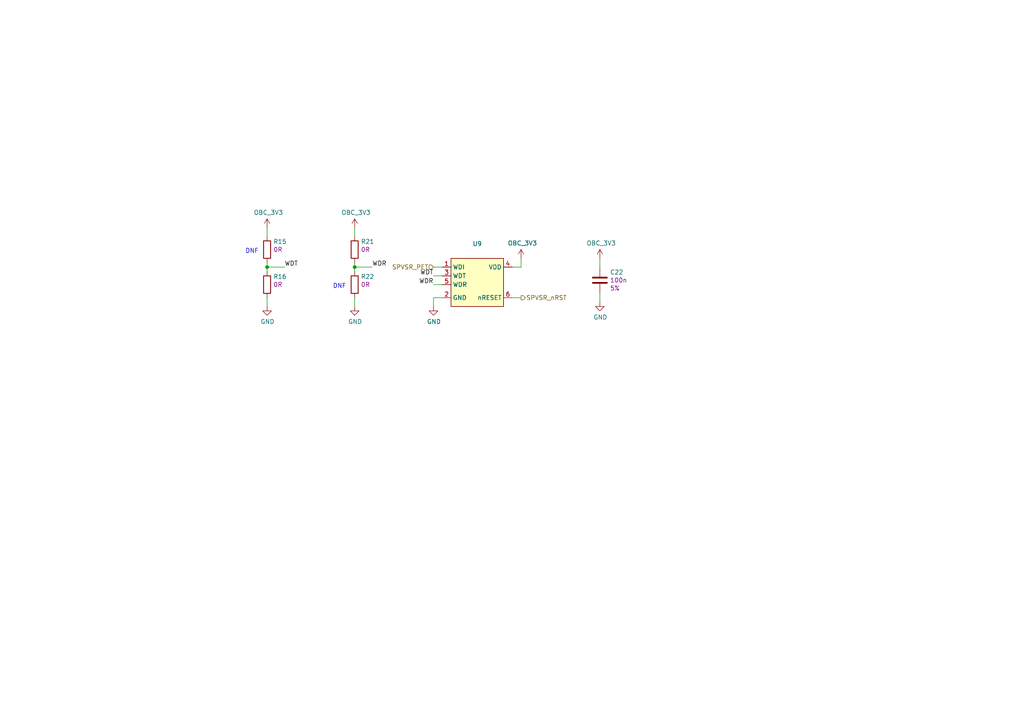
<source format=kicad_sch>
(kicad_sch (version 20211123) (generator eeschema)
  (paper "A4")
  (title_block (title "Singularity OBC - Supervisor") (date "2021-09-20") (rev "PROTO_B_v04") (company "The Flame Trench") (comment 1 "Drawn by:  Ben Cartwright") (comment 2 "Status:  PROTOTYPE") (comment 3 "(c) The Flame Trench 2021") (comment 4 "Licenced under CERN OHLv2-Strong"))
  (lib_symbols
    (symbol "TFT_capacitors:100n-10V-0402-5%-CER" (pin_numbers hide) (pin_names (offset 0.254))
      (property "Reference" "C" (at 0.635 2.54 0))
      (property "NumVal" "100n" (at 2.54 -2.54 0))
      (property "Tolerance" "5%" (at 0 0 0))
      (symbol "100n-10V-0402-5%-CER_0_1"
        (polyline (pts (xy -2.032 -0.762) (xy 2.032 -0.762)) (stroke (width 0.508)))
        (polyline (pts (xy -2.032 0.762) (xy 2.032 0.762)) (stroke (width 0.508)))
      )
      (symbol "100n-10V-0402-5%-CER_1_1"
        (pin passive line (at 0 3.81 270) (length 2.794) (name "~") (number "1"))
        (pin passive line (at 0 -3.81 90) (length 2.794) (name "~") (number "2"))
      )
    )
    (symbol "TFT_digitalmisc:TPS3813K33-EP"
      (property "Reference" "U" (at 6.35 3.81 0))
      (property "Value" "TPS3813K33-EP" (at -5.08 3.81 0))
      (symbol "TPS3813K33-EP_0_1"
        (rectangle (start -7.62 2.54) (end 7.62 -11.43) (stroke (width 0.2032)) (fill (type background)))
      )
      (symbol "TPS3813K33-EP_1_1"
        (pin input line (at -10.16 0 0) (length 2.54) (name "WDI") (number "1"))
        (pin power_in line (at -10.16 -8.89 0) (length 2.54) (name "GND") (number "2"))
        (pin input line (at -10.16 -2.54 0) (length 2.54) (name "WDT") (number "3"))
        (pin input line (at 10.16 0 180) (length 2.54) (name "VDD") (number "4"))
        (pin input line (at -10.16 -5.08 0) (length 2.54) (name "WDR") (number "5"))
        (pin output line (at 10.16 -8.89 180) (length 2.54) (name "nRESET") (number "6"))
      )
    )
    (symbol "TFT_power:OBC_3V3" (power) (pin_names (offset 0))
      (property "Value" "OBC_3V3" (at 0 3.556 0))
      (symbol "OBC_3V3_0_1"
        (polyline (pts (xy -0.762 1.27) (xy 0 2.54)))
        (polyline (pts (xy 0 0) (xy 0 2.54)))
        (polyline (pts (xy 0 2.54) (xy 0.762 1.27)))
      )
      (symbol "OBC_3V3_1_1"
        (pin power_in line (at 0 0 90) (length 0) hide (name "OBC_3V3") (number "1"))
      )
    )
    (symbol "TFT_resistors:0R-50V-0402" (pin_numbers hide) (pin_names (offset 0))
      (property "Reference" "R" (at -2.54 0 90))
      (property "NumVal" "0R" (at 2.54 -1.27 90))
      (symbol "0R-50V-0402_0_1"
        (rectangle (start -1.016 -2.54) (end 1.016 2.54) (stroke (width 0.254)))
      )
      (symbol "0R-50V-0402_1_1"
        (pin passive line (at 0 3.81 270) (length 1.27) (name "~") (number "1"))
        (pin passive line (at 0 -3.81 90) (length 1.27) (name "~") (number "2"))
      )
    )
    (symbol "power:GND" (power) (pin_names (offset 0))
      (property "Value" "GND" (at 0 -3.81 0))
      (symbol "GND_0_1"
        (polyline (pts (xy 0 0) (xy 0 -1.27) (xy 1.27 -1.27) (xy 0 -2.54) (xy -1.27 -1.27) (xy 0 -1.27)))
      )
      (symbol "GND_1_1"
        (pin power_in line (at 0 0 270) (length 0) hide (name "GND") (number "1"))
      )
    )
  )
  (junction (at 102.87 77.47))
  (junction (at 77.47 77.47))
  (wire (pts (xy 102.87 77.47) (xy 102.87 76.2)))
  (wire (pts (xy 151.13 86.36) (xy 148.59 86.36)))
  (wire (pts (xy 77.47 68.58) (xy 77.47 66.04)))
  (wire (pts (xy 128.27 86.36) (xy 125.73 86.36)))
  (wire (pts (xy 173.99 74.93) (xy 173.99 77.47)))
  (wire (pts (xy 102.87 77.47) (xy 102.87 78.74)))
  (wire (pts (xy 125.73 80.01) (xy 128.27 80.01)))
  (wire (pts (xy 82.55 77.47) (xy 77.47 77.47)))
  (wire (pts (xy 151.13 77.47) (xy 148.59 77.47)))
  (wire (pts (xy 128.27 77.47) (xy 125.73 77.47)))
  (wire (pts (xy 125.73 86.36) (xy 125.73 88.9)))
  (wire (pts (xy 107.95 77.47) (xy 102.87 77.47)))
  (wire (pts (xy 151.13 74.93) (xy 151.13 77.47)))
  (wire (pts (xy 77.47 77.47) (xy 77.47 76.2)))
  (wire (pts (xy 102.87 86.36) (xy 102.87 88.9)))
  (wire (pts (xy 173.99 85.09) (xy 173.99 87.63)))
  (wire (pts (xy 102.87 66.04) (xy 102.87 68.58)))
  (wire (pts (xy 77.47 86.36) (xy 77.47 88.9)))
  (wire (pts (xy 77.47 77.47) (xy 77.47 78.74)))
  (wire (pts (xy 125.73 82.55) (xy 128.27 82.55)))
  (text "DNF" (at 96.52 83.82 0) (effects (font (size 1.27 1.27)) (justify left bottom)))
  (text "DNF" (at 71.12 73.66 0) (effects (font (size 1.27 1.27)) (justify left bottom)))
  (label "WDR" (at 107.95 77.47 0))
  (label "WDT" (at 125.73 80.01 180))
  (label "WDR" (at 125.73 82.55 180))
  (label "WDT" (at 82.55 77.47 0))
  (hierarchical_label "SPVSR_nRST" (shape output) (at 151.13 86.36 0))
  (hierarchical_label "SPVSR_PET" (shape input) (at 125.73 77.47 180))
  (symbol (lib_id "TFT_digitalmisc:TPS3813K33-EP") (at 138.43 77.47 0) (unit 1)
    (property "Reference" "U9" (at 138.43 70.7136 0))
    (property "Datasheet" "https://www.ti.com/lit/ds/symlink/tps3813k33-ep.pdf?ts=1621793707844&ref_url=https%253A%252F%252Fwww.ti.com%252Fproduct%252FTPS3813K33-EP" (effects hide))
    (property "PartNumber" "TPS3813K33-EP" (effects hide))
    (property "Description" "Processor supervisory circuits with window-watchdog" (effects hide))
    (property "Manufacturer" "TI" (effects hide))
    (property "OrderNumber" "Direct-TI" (effects hide))
  )
  (symbol (lib_id "TFT_capacitors:100n-10V-0402-5%-CER") (at 173.99 81.28 0) (unit 1)
    (property "Reference" "C22" (at 176.911 78.9686 0) (effects (justify left)))
    (property "Datasheet" "https://api.kemet.com/component-edge/download/specsheet/C0402C104J8RACAUTO.pdf" (effects hide))
    (property "NumVal" "100n" (at 176.911 81.28 0) (effects (justify left)))
    (property "PartNumber" "C0402C104J8RACAUTO" (effects hide))
    (property "Description" "SMD Multilayer Ceramic Capacitor, 0.1 µF, 10 V, 0402 [1005 Metric], ± 5%, X7R, C Series KEMET" (effects hide))
    (property "Tolerance" "5%" (at 176.911 83.5914 0) (effects (justify left)))
    (property "Vmax" "10V" (effects hide))
    (property "Manufacturer" "Kemet" (effects hide))
    (property "OrderNumber" "Farnell:      2904530RL " (effects hide))
  )
  (symbol (lib_id "TFT_power:OBC_3V3") (at 173.99 74.93 0) (unit 1)
    (property "Reference" "#PWR0110" (effects hide))
  )
  (symbol (lib_id "power:GND") (at 173.99 87.63 0) (unit 1)
    (property "Reference" "#PWR0111" (effects hide))
  )
  (symbol (lib_id "TFT_power:OBC_3V3") (at 151.13 74.93 0) (unit 1)
    (property "Reference" "#PWR0112" (effects hide))
  )
  (symbol (lib_id "power:GND") (at 125.73 88.9 0) (unit 1)
    (property "Reference" "#PWR0113" (effects hide))
  )
  (symbol (lib_id "TFT_resistors:0R-50V-0402") (at 102.87 72.39 0) (unit 1)
    (property "Reference" "R21" (at 104.648 70.0786 0) (effects (justify left)))
    (property "Datasheet" "http://www.farnell.com/datasheets/2310790.pdf" (effects hide))
    (property "NumVal" "0R" (at 104.648 72.39 0) (effects (justify left)))
    (property "PartNumber" "CRCW04020000ZSTD " (effects hide))
    (property "Description" "Zero Ohm Resistor, Jumper, 0402 [1005 Metric], Thick Film, 63 mW, 3 A, Surface Mount Device" (effects hide))
    (property "Tolerance" "-" (effects hide))
    (property "Vmax" "50V" (effects hide))
    (property "Manufacturer" "Vishay" (effects hide))
    (property "OrderNumber" "Farnell:          1652737 " (effects hide))
  )
  (symbol (lib_id "TFT_resistors:0R-50V-0402") (at 102.87 82.55 0) (unit 1)
    (property "Reference" "R22" (at 104.648 80.2386 0) (effects (justify left)))
    (property "Datasheet" "http://www.farnell.com/datasheets/2310790.pdf" (effects hide))
    (property "NumVal" "0R" (at 104.648 82.55 0) (effects (justify left)))
    (property "PartNumber" "CRCW04020000ZSTD " (effects hide))
    (property "Description" "Zero Ohm Resistor, Jumper, 0402 [1005 Metric], Thick Film, 63 mW, 3 A, Surface Mount Device" (effects hide))
    (property "Tolerance" "-" (effects hide))
    (property "Vmax" "50V" (effects hide))
    (property "Manufacturer" "Vishay" (effects hide))
    (property "OrderNumber" "Farnell:          1652737 " (effects hide))
  )
  (symbol (lib_id "TFT_resistors:0R-50V-0402") (at 77.47 72.39 0) (unit 1)
    (property "Reference" "R15" (at 79.248 70.0786 0) (effects (justify left)))
    (property "Datasheet" "http://www.farnell.com/datasheets/2310790.pdf" (effects hide))
    (property "NumVal" "0R" (at 79.248 72.39 0) (effects (justify left)))
    (property "PartNumber" "CRCW04020000ZSTD " (effects hide))
    (property "Description" "Zero Ohm Resistor, Jumper, 0402 [1005 Metric], Thick Film, 63 mW, 3 A, Surface Mount Device" (effects hide))
    (property "Tolerance" "-" (effects hide))
    (property "Vmax" "50V" (effects hide))
    (property "Manufacturer" "Vishay" (effects hide))
    (property "OrderNumber" "Farnell:          1652737 " (effects hide))
  )
  (symbol (lib_id "TFT_resistors:0R-50V-0402") (at 77.47 82.55 0) (unit 1)
    (property "Reference" "R16" (at 79.248 80.2386 0) (effects (justify left)))
    (property "Datasheet" "http://www.farnell.com/datasheets/2310790.pdf" (effects hide))
    (property "NumVal" "0R" (at 79.248 82.55 0) (effects (justify left)))
    (property "PartNumber" "CRCW04020000ZSTD " (effects hide))
    (property "Description" "Zero Ohm Resistor, Jumper, 0402 [1005 Metric], Thick Film, 63 mW, 3 A, Surface Mount Device" (effects hide))
    (property "Tolerance" "-" (effects hide))
    (property "Vmax" "50V" (effects hide))
    (property "Manufacturer" "Vishay" (effects hide))
    (property "OrderNumber" "Farnell:          1652737 " (effects hide))
  )
  (symbol (lib_id "TFT_power:OBC_3V3") (at 102.87 66.04 0) (unit 1)
    (property "Reference" "#PWR0114" (effects hide))
  )
  (symbol (lib_id "TFT_power:OBC_3V3") (at 77.47 66.04 0) (unit 1)
    (property "Reference" "#PWR0115" (effects hide))
  )
  (symbol (lib_id "power:GND") (at 77.47 88.9 0) (unit 1)
    (property "Reference" "#PWR0116" (effects hide))
  )
  (symbol (lib_id "power:GND") (at 102.87 88.9 0) (unit 1)
    (property "Reference" "#PWR0117" (effects hide))
  )
)
</source>
